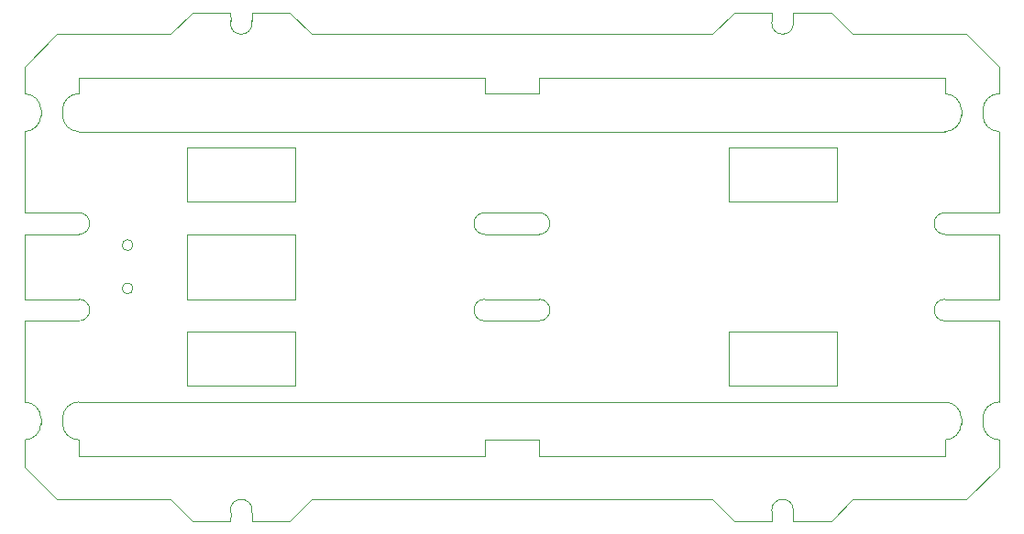
<source format=gbr>
G04 #@! TF.GenerationSoftware,KiCad,Pcbnew,(5.1.2)-2*
G04 #@! TF.CreationDate,2020-02-10T16:48:03+01:00*
G04 #@! TF.ProjectId,OpenHO_Engine,4f70656e-484f-45f4-956e-67696e652e6b,rev?*
G04 #@! TF.SameCoordinates,Original*
G04 #@! TF.FileFunction,Profile,NP*
%FSLAX46Y46*%
G04 Gerber Fmt 4.6, Leading zero omitted, Abs format (unit mm)*
G04 Created by KiCad (PCBNEW (5.1.2)-2) date 2020-02-10 16:48:03*
%MOMM*%
%LPD*%
G04 APERTURE LIST*
%ADD10C,0.050000*%
G04 APERTURE END LIST*
D10*
X170000000Y-93500000D02*
G75*
G02X168500000Y-92000000I0J1500000D01*
G01*
X166500000Y-92000000D02*
X166500000Y-91500000D01*
X165000000Y-90000000D02*
G75*
G02X166500000Y-91500000I0J-1500000D01*
G01*
X168500000Y-91500000D02*
G75*
G02X170000000Y-90000000I1500000J0D01*
G01*
X168500000Y-92000000D02*
X168500000Y-91500000D01*
X166500000Y-92000000D02*
G75*
G02X165000000Y-93500000I-1500000J0D01*
G01*
X85000000Y-93500000D02*
G75*
G02X83500000Y-92000000I0J1500000D01*
G01*
X81500000Y-92000000D02*
X81500000Y-91500000D01*
X80000000Y-90000000D02*
G75*
G02X81500000Y-91500000I0J-1500000D01*
G01*
X83500000Y-91500000D02*
G75*
G02X85000000Y-90000000I1500000J0D01*
G01*
X83500000Y-92000000D02*
X83500000Y-91500000D01*
X81500000Y-92000000D02*
G75*
G02X80000000Y-93500000I-1500000J0D01*
G01*
X170000000Y-65000000D02*
G75*
G02X168500000Y-63500000I0J1500000D01*
G01*
X166500000Y-63500000D02*
X166500000Y-63000000D01*
X165000000Y-61500000D02*
G75*
G02X166500000Y-63000000I0J-1500000D01*
G01*
X168500000Y-63000000D02*
G75*
G02X170000000Y-61500000I1500000J0D01*
G01*
X168500000Y-63500000D02*
X168500000Y-63000000D01*
X166500000Y-63500000D02*
G75*
G02X165000000Y-65000000I-1500000J0D01*
G01*
X83500000Y-63500000D02*
X83500000Y-63000000D01*
X81500000Y-63500000D02*
X81500000Y-63000000D01*
X85000000Y-65000000D02*
G75*
G02X83500000Y-63500000I0J1500000D01*
G01*
X83500000Y-63000000D02*
G75*
G02X85000000Y-61500000I1500000J0D01*
G01*
X80000000Y-61500000D02*
G75*
G02X81500000Y-63000000I0J-1500000D01*
G01*
X81500000Y-63500000D02*
G75*
G02X80000000Y-65000000I-1500000J0D01*
G01*
X99000000Y-54000000D02*
X95500000Y-54000000D01*
X101000000Y-54000000D02*
X104500000Y-54000000D01*
X99029857Y-54757464D02*
X99000000Y-54000000D01*
X100970143Y-54757464D02*
X101000000Y-54000000D01*
X100970143Y-54757464D02*
G75*
G02X101000000Y-55000000I-970143J-242536D01*
G01*
X127500000Y-61500000D02*
X122500000Y-61500000D01*
X122500000Y-61500000D02*
X122500000Y-60000000D01*
X122500000Y-60000000D02*
X85000000Y-60000000D01*
X154500000Y-54000000D02*
X156500000Y-56000000D01*
X156500000Y-56000000D02*
X167000000Y-56000000D01*
X101000000Y-55000000D02*
G75*
G02X99000000Y-55000000I-1000000J0D01*
G01*
X85000000Y-61500000D02*
X85000000Y-60000000D01*
X83000000Y-56000000D02*
X80000000Y-59000000D01*
X80000000Y-59000000D02*
X80000000Y-61500000D01*
X145500000Y-54000000D02*
X143500000Y-56000000D01*
X143500000Y-56000000D02*
X106500000Y-56000000D01*
X104500000Y-54000000D02*
X106500000Y-56000000D01*
X95500000Y-54000000D02*
X93500000Y-56000000D01*
X93500000Y-56000000D02*
X83000000Y-56000000D01*
X151000000Y-55000000D02*
G75*
G02X149000000Y-55000000I-1000000J0D01*
G01*
X149029857Y-54757464D02*
X149000000Y-54000000D01*
X127500000Y-60000000D02*
X127500000Y-61500000D01*
X99029857Y-54757464D02*
G75*
G03X99000000Y-55000000I970143J-242536D01*
G01*
X150970143Y-54757464D02*
G75*
G02X151000000Y-55000000I-970143J-242536D01*
G01*
X151000000Y-54000000D02*
X154500000Y-54000000D01*
X149029857Y-54757464D02*
G75*
G03X149000000Y-55000000I970143J-242536D01*
G01*
X150970143Y-54757464D02*
X151000000Y-54000000D01*
X165000000Y-60000000D02*
X127500000Y-60000000D01*
X149000000Y-54000000D02*
X145500000Y-54000000D01*
X165000000Y-61500000D02*
X165000000Y-60000000D01*
X170000000Y-59000000D02*
X170000000Y-61500000D01*
X167000000Y-56000000D02*
X170000000Y-59000000D01*
X95000000Y-80500000D02*
X95000000Y-74500000D01*
X105000000Y-80500000D02*
X95000000Y-80500000D01*
X105000000Y-74500000D02*
X105000000Y-80500000D01*
X95000000Y-74500000D02*
X105000000Y-74500000D01*
X95000000Y-83500000D02*
X105000000Y-83500000D01*
X95000000Y-71500000D02*
X105000000Y-71500000D01*
X90000000Y-79500000D02*
G75*
G03X90000000Y-79500000I-500000J0D01*
G01*
X90000000Y-75500000D02*
G75*
G03X90000000Y-75500000I-500000J0D01*
G01*
X145000000Y-90000000D02*
X155000000Y-90000000D01*
X145000000Y-65000000D02*
X155000000Y-65000000D01*
X145000000Y-83500000D02*
X155000000Y-83500000D01*
X145000000Y-71500000D02*
X155000000Y-71500000D01*
X155000000Y-71500000D02*
X155000000Y-66500000D01*
X155000000Y-88500000D02*
X155000000Y-83500000D01*
X145000000Y-66500000D02*
X145000000Y-71500000D01*
X145000000Y-83500000D02*
X145000000Y-88500000D01*
X155000000Y-88500000D02*
X145000000Y-88500000D01*
X145000000Y-66500000D02*
X155000000Y-66500000D01*
X85000000Y-80500000D02*
G75*
G02X85000000Y-82500000I0J-1000000D01*
G01*
X105000000Y-88500000D02*
X95000000Y-88500000D01*
X80000000Y-65000000D02*
X80000000Y-72500000D01*
X85000000Y-90000000D02*
X145000000Y-90000000D01*
X95000000Y-66500000D02*
X105000000Y-66500000D01*
X105000000Y-71500000D02*
X105000000Y-66500000D01*
X105000000Y-88500000D02*
X105000000Y-83500000D01*
X145000000Y-65000000D02*
X85000000Y-65000000D01*
X95000000Y-66500000D02*
X95000000Y-71500000D01*
X95000000Y-83500000D02*
X95000000Y-88500000D01*
X170000000Y-72500000D02*
X170000000Y-65000000D01*
X80000000Y-82500000D02*
X85000000Y-82500000D01*
X85000000Y-80500000D02*
X80000000Y-80500000D01*
X122500000Y-82500000D02*
G75*
G02X122500000Y-80500000I0J1000000D01*
G01*
X127500000Y-80500000D02*
G75*
G02X127500000Y-82500000I0J-1000000D01*
G01*
X85000000Y-72500000D02*
G75*
G02X85000000Y-74500000I0J-1000000D01*
G01*
X122500000Y-74500000D02*
G75*
G02X122500000Y-72500000I0J1000000D01*
G01*
X122500000Y-80500000D02*
X127500000Y-80500000D01*
X170000000Y-74500000D02*
X170000000Y-80500000D01*
X127500000Y-82500000D02*
X122500000Y-82500000D01*
X170000000Y-72500000D02*
X165000000Y-72500000D01*
X165000000Y-90000000D02*
X155000000Y-90000000D01*
X80000000Y-82500000D02*
X80000000Y-90000000D01*
X80000000Y-74500000D02*
X80000000Y-80500000D01*
X165000000Y-74500000D02*
G75*
G02X165000000Y-72500000I0J1000000D01*
G01*
X122500000Y-72500000D02*
X127500000Y-72500000D01*
X127500000Y-74500000D02*
X122500000Y-74500000D01*
X127500000Y-72500000D02*
G75*
G02X127500000Y-74500000I0J-1000000D01*
G01*
X155000000Y-65000000D02*
X165000000Y-65000000D01*
X165000000Y-74500000D02*
X170000000Y-74500000D01*
X170000000Y-80500000D02*
X165000000Y-80500000D01*
X80000000Y-74500000D02*
X85000000Y-74500000D01*
X165000000Y-82500000D02*
G75*
G02X165000000Y-80500000I0J1000000D01*
G01*
X85000000Y-72500000D02*
X80000000Y-72500000D01*
X170000000Y-82500000D02*
X170000000Y-90000000D01*
X165000000Y-82500000D02*
X170000000Y-82500000D01*
X165000000Y-93500000D02*
X165000000Y-95000000D01*
X170000000Y-96000000D02*
X170000000Y-93500000D01*
X167000000Y-99000000D02*
X170000000Y-96000000D01*
X149000000Y-100000000D02*
G75*
G02X151000000Y-100000000I1000000J0D01*
G01*
X149029857Y-100242536D02*
G75*
G02X149000000Y-100000000I970143J242536D01*
G01*
X150970143Y-100242536D02*
G75*
G03X151000000Y-100000000I-970143J242536D01*
G01*
X149029857Y-100242536D02*
X149000000Y-101000000D01*
X150970143Y-100242536D02*
X151000000Y-101000000D01*
X149000000Y-101000000D02*
X145500000Y-101000000D01*
X151000000Y-101000000D02*
X154500000Y-101000000D01*
X156500000Y-99000000D02*
X167000000Y-99000000D01*
X154500000Y-101000000D02*
X156500000Y-99000000D01*
X145500000Y-101000000D02*
X143500000Y-99000000D01*
X106500000Y-99000000D02*
X143500000Y-99000000D01*
X104500000Y-101000000D02*
X106500000Y-99000000D01*
X93500000Y-99000000D02*
X83000000Y-99000000D01*
X95500000Y-101000000D02*
X93500000Y-99000000D01*
X127500000Y-95000000D02*
X165000000Y-95000000D01*
X127500000Y-93500000D02*
X127500000Y-95000000D01*
X122500000Y-93500000D02*
X127500000Y-93500000D01*
X122500000Y-95000000D02*
X122500000Y-93500000D01*
X85000000Y-95000000D02*
X122500000Y-95000000D01*
X85000000Y-93500000D02*
X85000000Y-95000000D01*
X80000000Y-96000000D02*
X80000000Y-93500000D01*
X83000000Y-99000000D02*
X80000000Y-96000000D01*
X101000000Y-101000000D02*
X104500000Y-101000000D01*
X99000000Y-101000000D02*
X95500000Y-101000000D01*
X100970143Y-100242536D02*
X101000000Y-101000000D01*
X99029857Y-100242536D02*
X99000000Y-101000000D01*
X100970143Y-100242536D02*
G75*
G03X101000000Y-100000000I-970143J242536D01*
G01*
X99029857Y-100242536D02*
G75*
G02X99000000Y-100000000I970143J242536D01*
G01*
X99000000Y-100000000D02*
G75*
G02X101000000Y-100000000I1000000J0D01*
G01*
M02*

</source>
